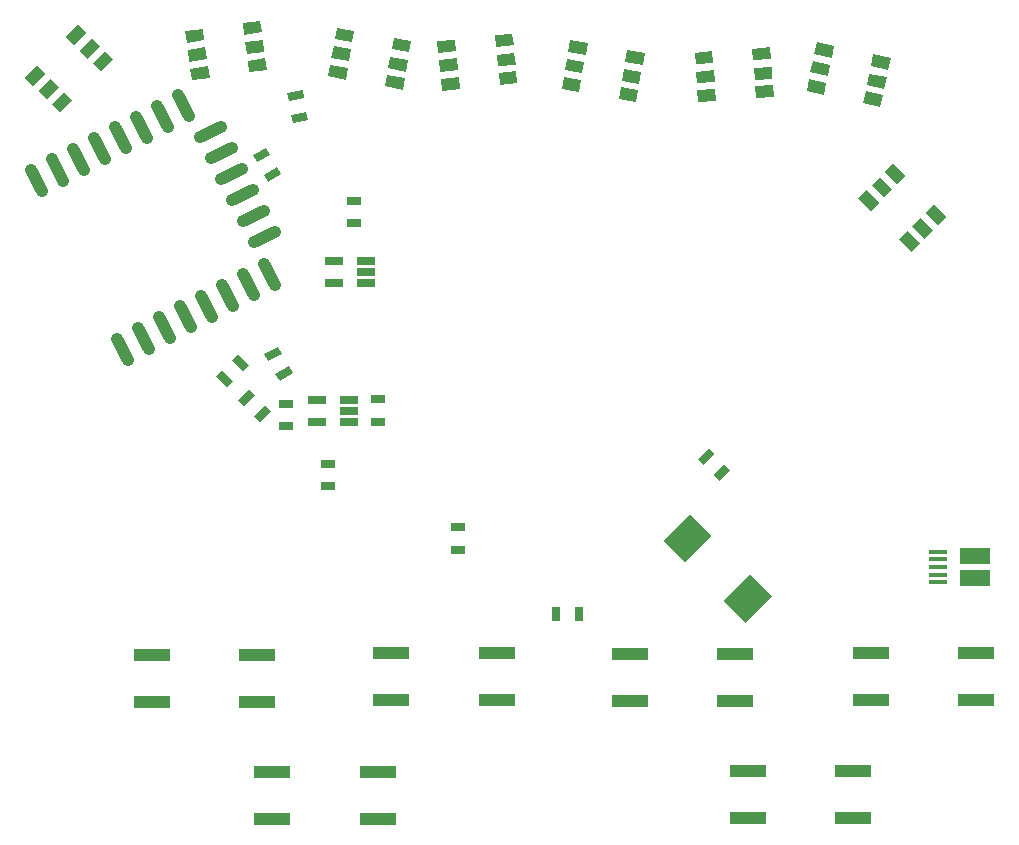
<source format=gtp>
G04 #@! TF.FileFunction,Paste,Top*
%FSLAX46Y46*%
G04 Gerber Fmt 4.6, Leading zero omitted, Abs format (unit mm)*
G04 Created by KiCad (PCBNEW 4.0.7-e2-6376~58~ubuntu16.04.1) date Wed Mar 28 00:34:47 2018*
%MOMM*%
%LPD*%
G01*
G04 APERTURE LIST*
%ADD10C,0.100000*%
%ADD11R,1.300000X0.700000*%
%ADD12C,1.000000*%
%ADD13R,0.700000X1.300000*%
%ADD14R,1.560000X0.650000*%
%ADD15R,3.100000X1.000000*%
%ADD16R,1.650000X0.400000*%
%ADD17R,2.500000X1.430000*%
G04 APERTURE END LIST*
D10*
D11*
X113460000Y-66660000D03*
X113460000Y-64760000D03*
D10*
G36*
X109369619Y-60591142D02*
X110288858Y-61510381D01*
X109793883Y-62005356D01*
X108874644Y-61086117D01*
X109369619Y-60591142D01*
X109369619Y-60591142D01*
G37*
G36*
X108026117Y-61934644D02*
X108945356Y-62853883D01*
X108450381Y-63348858D01*
X107531142Y-62429619D01*
X108026117Y-61934644D01*
X108026117Y-61934644D01*
G37*
G36*
X112128858Y-65389619D02*
X111209619Y-66308858D01*
X110714644Y-65813883D01*
X111633883Y-64894644D01*
X112128858Y-65389619D01*
X112128858Y-65389619D01*
G37*
G36*
X110785356Y-64046117D02*
X109866117Y-64965356D01*
X109371142Y-64470381D01*
X110290381Y-63551142D01*
X110785356Y-64046117D01*
X110785356Y-64046117D01*
G37*
D11*
X121170000Y-64400000D03*
X121170000Y-66300000D03*
D10*
G36*
X113032917Y-45340833D02*
X111907083Y-45990833D01*
X111557083Y-45384615D01*
X112682917Y-44734615D01*
X113032917Y-45340833D01*
X113032917Y-45340833D01*
G37*
G36*
X112082917Y-43695385D02*
X110957083Y-44345385D01*
X110607083Y-43739167D01*
X111732917Y-43089167D01*
X112082917Y-43695385D01*
X112082917Y-43695385D01*
G37*
D11*
X119220000Y-49510000D03*
X119220000Y-47610000D03*
D12*
X100012894Y-61041031D02*
X99104914Y-59259017D01*
X101794907Y-60133050D02*
X100886927Y-58351036D01*
X103576921Y-59225069D02*
X102668941Y-57443055D01*
X105358934Y-58317088D02*
X104450954Y-56535074D01*
X107140947Y-57409107D02*
X106232967Y-55627093D01*
X108922960Y-56501126D02*
X108014980Y-54719112D01*
X110704973Y-55593145D02*
X109796993Y-53811131D01*
X112486986Y-54685164D02*
X111579006Y-52903150D01*
X112453038Y-50213157D02*
X110671024Y-51121137D01*
X111545057Y-48431144D02*
X109763043Y-49339124D01*
X110637076Y-46649131D02*
X108855062Y-47557111D01*
X109729095Y-44867117D02*
X107947081Y-45775097D01*
X108821114Y-43085104D02*
X107039100Y-43993084D01*
X107913133Y-41303091D02*
X106131119Y-42211071D01*
X104315158Y-38647045D02*
X105223138Y-40429059D01*
X102533145Y-39555026D02*
X103441125Y-41337040D01*
X100751132Y-40463007D02*
X101659112Y-42245021D01*
X98969119Y-41370988D02*
X99877099Y-43153002D01*
X97187106Y-42278969D02*
X98095086Y-44060983D01*
X95405093Y-43186950D02*
X96313073Y-44968964D01*
X93623079Y-44094931D02*
X94531059Y-45876945D01*
X91841066Y-45002912D02*
X92749046Y-46784926D01*
D10*
G36*
X114002917Y-62180833D02*
X112877083Y-62830833D01*
X112527083Y-62224615D01*
X113652917Y-61574615D01*
X114002917Y-62180833D01*
X114002917Y-62180833D01*
G37*
G36*
X113052917Y-60535385D02*
X111927083Y-61185385D01*
X111577083Y-60579167D01*
X112702917Y-59929167D01*
X113052917Y-60535385D01*
X113052917Y-60535385D01*
G37*
G36*
X115275868Y-40787378D02*
X113995618Y-41013121D01*
X113874064Y-40323756D01*
X115154314Y-40098013D01*
X115275868Y-40787378D01*
X115275868Y-40787378D01*
G37*
G36*
X114945936Y-38916244D02*
X113665686Y-39141987D01*
X113544132Y-38452622D01*
X114824382Y-38226879D01*
X114945936Y-38916244D01*
X114945936Y-38916244D01*
G37*
D13*
X136320000Y-82600000D03*
X138220000Y-82600000D03*
D11*
X116960000Y-69840000D03*
X116960000Y-71740000D03*
X128020000Y-77150000D03*
X128020000Y-75250000D03*
D14*
X118720000Y-66320000D03*
X118720000Y-65370000D03*
X118720000Y-64420000D03*
X116020000Y-64420000D03*
X116020000Y-66320000D03*
X120210000Y-54590000D03*
X120210000Y-53640000D03*
X120210000Y-52690000D03*
X117510000Y-52690000D03*
X117510000Y-54590000D03*
D10*
G36*
X98100559Y-34905076D02*
X98807665Y-35612182D01*
X97747005Y-36672842D01*
X97039899Y-35965736D01*
X98100559Y-34905076D01*
X98100559Y-34905076D01*
G37*
G36*
X97004544Y-33809061D02*
X97711650Y-34516167D01*
X96650990Y-35576827D01*
X95943884Y-34869721D01*
X97004544Y-33809061D01*
X97004544Y-33809061D01*
G37*
G36*
X95837818Y-32642335D02*
X96544924Y-33349441D01*
X95484264Y-34410101D01*
X94777158Y-33702995D01*
X95837818Y-32642335D01*
X95837818Y-32642335D01*
G37*
G36*
X92372995Y-36107158D02*
X93080101Y-36814264D01*
X92019441Y-37874924D01*
X91312335Y-37167818D01*
X92372995Y-36107158D01*
X92372995Y-36107158D01*
G37*
G36*
X93504365Y-37238529D02*
X94211471Y-37945635D01*
X93150811Y-39006295D01*
X92443705Y-38299189D01*
X93504365Y-37238529D01*
X93504365Y-37238529D01*
G37*
G36*
X94635736Y-38369899D02*
X95342842Y-39077005D01*
X94282182Y-40137665D01*
X93575076Y-39430559D01*
X94635736Y-38369899D01*
X94635736Y-38369899D01*
G37*
G36*
X111671949Y-35513941D02*
X111811122Y-36504209D01*
X110325719Y-36712969D01*
X110186546Y-35722701D01*
X111671949Y-35513941D01*
X111671949Y-35513941D01*
G37*
G36*
X111456230Y-33979025D02*
X111595403Y-34969293D01*
X110110000Y-35178053D01*
X109970827Y-34187785D01*
X111456230Y-33979025D01*
X111456230Y-33979025D01*
G37*
G36*
X111226595Y-32345083D02*
X111365768Y-33335351D01*
X109880365Y-33544111D01*
X109741192Y-32553843D01*
X111226595Y-32345083D01*
X111226595Y-32345083D01*
G37*
G36*
X106374281Y-33027031D02*
X106513454Y-34017299D01*
X105028051Y-34226059D01*
X104888878Y-33235791D01*
X106374281Y-33027031D01*
X106374281Y-33027031D01*
G37*
G36*
X106596958Y-34611460D02*
X106736131Y-35601728D01*
X105250728Y-35810488D01*
X105111555Y-34820220D01*
X106596958Y-34611460D01*
X106596958Y-34611460D01*
G37*
G36*
X106819635Y-36195889D02*
X106958808Y-37186157D01*
X105473405Y-37394917D01*
X105334232Y-36404649D01*
X106819635Y-36195889D01*
X106819635Y-36195889D01*
G37*
G36*
X123470372Y-37188962D02*
X123296724Y-38173770D01*
X121819512Y-37913298D01*
X121993160Y-36928490D01*
X123470372Y-37188962D01*
X123470372Y-37188962D01*
G37*
G36*
X123739527Y-35662510D02*
X123565879Y-36647318D01*
X122088667Y-36386846D01*
X122262315Y-35402038D01*
X123739527Y-35662510D01*
X123739527Y-35662510D01*
G37*
G36*
X124026046Y-34037578D02*
X123852398Y-35022386D01*
X122375186Y-34761914D01*
X122548834Y-33777106D01*
X124026046Y-34037578D01*
X124026046Y-34037578D01*
G37*
G36*
X119200488Y-33186702D02*
X119026840Y-34171510D01*
X117549628Y-33911038D01*
X117723276Y-32926230D01*
X119200488Y-33186702D01*
X119200488Y-33186702D01*
G37*
G36*
X118922651Y-34762394D02*
X118749003Y-35747202D01*
X117271791Y-35486730D01*
X117445439Y-34501922D01*
X118922651Y-34762394D01*
X118922651Y-34762394D01*
G37*
G36*
X118644814Y-36338086D02*
X118471166Y-37322894D01*
X116993954Y-37062422D01*
X117167602Y-36077614D01*
X118644814Y-36338086D01*
X118644814Y-36338086D01*
G37*
G36*
X132917451Y-36609483D02*
X133021980Y-37604005D01*
X131530197Y-37760797D01*
X131425668Y-36766275D01*
X132917451Y-36609483D01*
X132917451Y-36609483D01*
G37*
G36*
X132755432Y-35067974D02*
X132859961Y-36062496D01*
X131368178Y-36219288D01*
X131263649Y-35224766D01*
X132755432Y-35067974D01*
X132755432Y-35067974D01*
G37*
G36*
X132582960Y-33427013D02*
X132687489Y-34421535D01*
X131195706Y-34578327D01*
X131091177Y-33583805D01*
X132582960Y-33427013D01*
X132582960Y-33427013D01*
G37*
G36*
X127709803Y-33939203D02*
X127814332Y-34933725D01*
X126322549Y-35090517D01*
X126218020Y-34095995D01*
X127709803Y-33939203D01*
X127709803Y-33939203D01*
G37*
G36*
X127877048Y-35530438D02*
X127981577Y-36524960D01*
X126489794Y-36681752D01*
X126385265Y-35687230D01*
X127877048Y-35530438D01*
X127877048Y-35530438D01*
G37*
G36*
X128044294Y-37121673D02*
X128148823Y-38116195D01*
X126657040Y-38272987D01*
X126552511Y-37278465D01*
X128044294Y-37121673D01*
X128044294Y-37121673D01*
G37*
G36*
X143240372Y-38248962D02*
X143066724Y-39233770D01*
X141589512Y-38973298D01*
X141763160Y-37988490D01*
X143240372Y-38248962D01*
X143240372Y-38248962D01*
G37*
G36*
X143509527Y-36722510D02*
X143335879Y-37707318D01*
X141858667Y-37446846D01*
X142032315Y-36462038D01*
X143509527Y-36722510D01*
X143509527Y-36722510D01*
G37*
G36*
X143796046Y-35097578D02*
X143622398Y-36082386D01*
X142145186Y-35821914D01*
X142318834Y-34837106D01*
X143796046Y-35097578D01*
X143796046Y-35097578D01*
G37*
G36*
X138970488Y-34246702D02*
X138796840Y-35231510D01*
X137319628Y-34971038D01*
X137493276Y-33986230D01*
X138970488Y-34246702D01*
X138970488Y-34246702D01*
G37*
G36*
X138692651Y-35822394D02*
X138519003Y-36807202D01*
X137041791Y-36546730D01*
X137215439Y-35561922D01*
X138692651Y-35822394D01*
X138692651Y-35822394D01*
G37*
G36*
X138414814Y-37398086D02*
X138241166Y-38382894D01*
X136763954Y-38122422D01*
X136937602Y-37137614D01*
X138414814Y-37398086D01*
X138414814Y-37398086D01*
G37*
G36*
X154638937Y-37794100D02*
X154708693Y-38791664D01*
X153212347Y-38896298D01*
X153142591Y-37898734D01*
X154638937Y-37794100D01*
X154638937Y-37794100D01*
G37*
G36*
X154530815Y-36247876D02*
X154600571Y-37245440D01*
X153104225Y-37350074D01*
X153034469Y-36352510D01*
X154530815Y-36247876D01*
X154530815Y-36247876D01*
G37*
G36*
X154415717Y-34601895D02*
X154485473Y-35599459D01*
X152989127Y-35704093D01*
X152919371Y-34706529D01*
X154415717Y-34601895D01*
X154415717Y-34601895D01*
G37*
G36*
X149527653Y-34943702D02*
X149597409Y-35941266D01*
X148101063Y-36045900D01*
X148031307Y-35048336D01*
X149527653Y-34943702D01*
X149527653Y-34943702D01*
G37*
G36*
X149639263Y-36539804D02*
X149709019Y-37537368D01*
X148212673Y-37642002D01*
X148142917Y-36644438D01*
X149639263Y-36539804D01*
X149639263Y-36539804D01*
G37*
G36*
X149750873Y-38135907D02*
X149820629Y-39133471D01*
X148324283Y-39238105D01*
X148254527Y-38240541D01*
X149750873Y-38135907D01*
X149750873Y-38135907D01*
G37*
G36*
X163961370Y-38646280D02*
X163753458Y-39624428D01*
X162286236Y-39312560D01*
X162494148Y-38334412D01*
X163961370Y-38646280D01*
X163961370Y-38646280D01*
G37*
G36*
X164283633Y-37130151D02*
X164075721Y-38108299D01*
X162608499Y-37796431D01*
X162816411Y-36818283D01*
X164283633Y-37130151D01*
X164283633Y-37130151D01*
G37*
G36*
X164626687Y-35516207D02*
X164418775Y-36494355D01*
X162951553Y-36182487D01*
X163159465Y-35204339D01*
X164626687Y-35516207D01*
X164626687Y-35516207D01*
G37*
G36*
X159833764Y-34497440D02*
X159625852Y-35475588D01*
X158158630Y-35163720D01*
X158366542Y-34185572D01*
X159833764Y-34497440D01*
X159833764Y-34497440D01*
G37*
G36*
X159501105Y-36062476D02*
X159293193Y-37040624D01*
X157825971Y-36728756D01*
X158033883Y-35750608D01*
X159501105Y-36062476D01*
X159501105Y-36062476D01*
G37*
G36*
X159168447Y-37627513D02*
X158960535Y-38605661D01*
X157493313Y-38293793D01*
X157701225Y-37315645D01*
X159168447Y-37627513D01*
X159168447Y-37627513D01*
G37*
G36*
X167104924Y-51200559D02*
X166397818Y-51907665D01*
X165337158Y-50847005D01*
X166044264Y-50139899D01*
X167104924Y-51200559D01*
X167104924Y-51200559D01*
G37*
G36*
X168200939Y-50104544D02*
X167493833Y-50811650D01*
X166433173Y-49750990D01*
X167140279Y-49043884D01*
X168200939Y-50104544D01*
X168200939Y-50104544D01*
G37*
G36*
X169367665Y-48937818D02*
X168660559Y-49644924D01*
X167599899Y-48584264D01*
X168307005Y-47877158D01*
X169367665Y-48937818D01*
X169367665Y-48937818D01*
G37*
G36*
X165902842Y-45472995D02*
X165195736Y-46180101D01*
X164135076Y-45119441D01*
X164842182Y-44412335D01*
X165902842Y-45472995D01*
X165902842Y-45472995D01*
G37*
G36*
X164771471Y-46604365D02*
X164064365Y-47311471D01*
X163003705Y-46250811D01*
X163710811Y-45543705D01*
X164771471Y-46604365D01*
X164771471Y-46604365D01*
G37*
G36*
X163640101Y-47735736D02*
X162932995Y-48442842D01*
X161872335Y-47382182D01*
X162579441Y-46675076D01*
X163640101Y-47735736D01*
X163640101Y-47735736D01*
G37*
D15*
X102055000Y-86040000D03*
X102055000Y-90040000D03*
X110965000Y-90040000D03*
X110965000Y-86040000D03*
X112275000Y-95930000D03*
X112275000Y-99930000D03*
X121185000Y-99930000D03*
X121185000Y-95930000D03*
X122335000Y-85870000D03*
X122335000Y-89870000D03*
X131245000Y-89870000D03*
X131245000Y-85870000D03*
X142535000Y-85930000D03*
X142535000Y-89930000D03*
X151445000Y-89930000D03*
X151445000Y-85930000D03*
X162955000Y-85860000D03*
X162955000Y-89860000D03*
X171865000Y-89860000D03*
X171865000Y-85860000D03*
X152515000Y-95840000D03*
X152515000Y-99840000D03*
X161425000Y-99840000D03*
X161425000Y-95840000D03*
D16*
X168650000Y-79900000D03*
X168650000Y-79250000D03*
X168650000Y-78600000D03*
X168650000Y-77950000D03*
X168650000Y-77300000D03*
D17*
X171770000Y-79560000D03*
X171770000Y-77640000D03*
D10*
G36*
X150474974Y-81467716D02*
X152737716Y-79204974D01*
X154576194Y-81043452D01*
X152313452Y-83306194D01*
X150474974Y-81467716D01*
X150474974Y-81467716D01*
G37*
G36*
X145383806Y-76376548D02*
X147646548Y-74113806D01*
X149485026Y-75952284D01*
X147222284Y-78215026D01*
X145383806Y-76376548D01*
X145383806Y-76376548D01*
G37*
G36*
X148281142Y-69450381D02*
X149200381Y-68531142D01*
X149695356Y-69026117D01*
X148776117Y-69945356D01*
X148281142Y-69450381D01*
X148281142Y-69450381D01*
G37*
G36*
X149624644Y-70793883D02*
X150543883Y-69874644D01*
X151038858Y-70369619D01*
X150119619Y-71288858D01*
X149624644Y-70793883D01*
X149624644Y-70793883D01*
G37*
M02*

</source>
